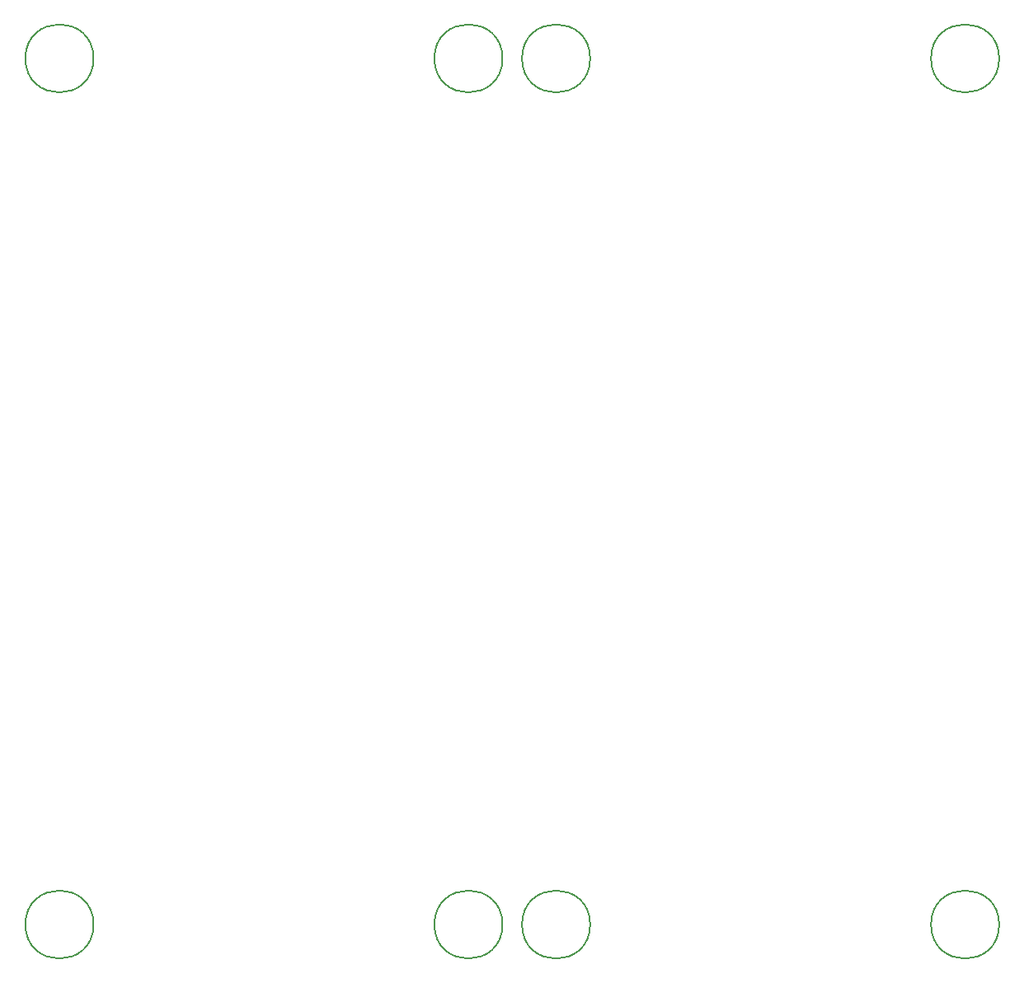
<source format=gbr>
%TF.GenerationSoftware,KiCad,Pcbnew,8.0.6*%
%TF.CreationDate,2024-12-07T22:30:06+02:00*%
%TF.ProjectId,DistorsionPedals,44697374-6f72-4736-996f-6e506564616c,rev?*%
%TF.SameCoordinates,Original*%
%TF.FileFunction,Legend,Bot*%
%TF.FilePolarity,Positive*%
%FSLAX46Y46*%
G04 Gerber Fmt 4.6, Leading zero omitted, Abs format (unit mm)*
G04 Created by KiCad (PCBNEW 8.0.6) date 2024-12-07 22:30:06*
%MOMM*%
%LPD*%
G01*
G04 APERTURE LIST*
%ADD10C,0.200000*%
G04 APERTURE END LIST*
D10*
X165275048Y-53325303D02*
G75*
G02*
X158275048Y-53325303I-3500000J0D01*
G01*
X158275048Y-53325303D02*
G75*
G02*
X165275048Y-53325303I3500000J0D01*
G01*
X207275050Y-142325305D02*
G75*
G02*
X200275050Y-142325305I-3500000J0D01*
G01*
X200275050Y-142325305D02*
G75*
G02*
X207275050Y-142325305I3500000J0D01*
G01*
X165275048Y-142325305D02*
G75*
G02*
X158275048Y-142325305I-3500000J0D01*
G01*
X158275048Y-142325305D02*
G75*
G02*
X165275048Y-142325305I3500000J0D01*
G01*
X207275050Y-53325303D02*
G75*
G02*
X200275050Y-53325303I-3500000J0D01*
G01*
X200275050Y-53325303D02*
G75*
G02*
X207275050Y-53325303I3500000J0D01*
G01*
X114274921Y-142325178D02*
G75*
G02*
X107274921Y-142325178I-3500000J0D01*
G01*
X107274921Y-142325178D02*
G75*
G02*
X114274921Y-142325178I3500000J0D01*
G01*
X156274923Y-142325178D02*
G75*
G02*
X149274923Y-142325178I-3500000J0D01*
G01*
X149274923Y-142325178D02*
G75*
G02*
X156274923Y-142325178I3500000J0D01*
G01*
X156274923Y-53325176D02*
G75*
G02*
X149274923Y-53325176I-3500000J0D01*
G01*
X149274923Y-53325176D02*
G75*
G02*
X156274923Y-53325176I3500000J0D01*
G01*
X114274921Y-53325176D02*
G75*
G02*
X107274921Y-53325176I-3500000J0D01*
G01*
X107274921Y-53325176D02*
G75*
G02*
X114274921Y-53325176I3500000J0D01*
G01*
M02*

</source>
